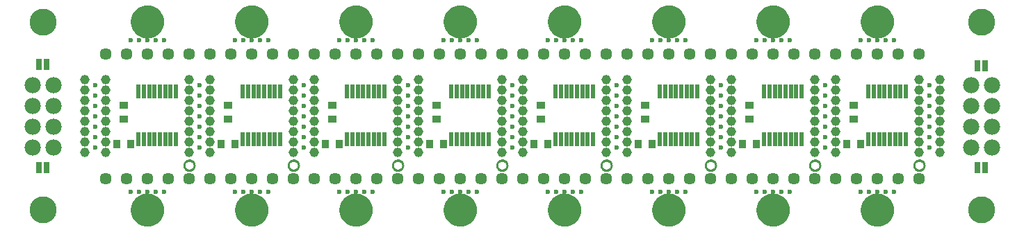
<source format=gts>
G75*
G70*
%OFA0B0*%
%FSLAX24Y24*%
%IPPOS*%
%LPD*%
%AMOC8*
5,1,8,0,0,1.08239X$1,22.5*
%
%ADD10C,0.0236*%
%ADD11C,0.0453*%
%ADD12C,0.1299*%
%ADD13R,0.0289X0.0539*%
%ADD14C,0.0779*%
%ADD15R,0.0197X0.0669*%
%ADD16C,0.0571*%
%ADD17R,0.0433X0.0354*%
%ADD18R,0.0354X0.0433*%
%ADD19C,0.0866*%
%ADD20C,0.0394*%
%ADD21C,0.0098*%
D10*
X011524Y002192D03*
X011918Y002192D03*
X012312Y002192D03*
X012705Y002192D03*
X013099Y002192D03*
X016524Y002192D03*
X016918Y002192D03*
X017312Y002192D03*
X017705Y002192D03*
X018099Y002192D03*
X021524Y002192D03*
X021918Y002192D03*
X022312Y002192D03*
X022705Y002192D03*
X023099Y002192D03*
X026524Y002192D03*
X026918Y002192D03*
X027312Y002192D03*
X027705Y002192D03*
X028099Y002192D03*
X031524Y002192D03*
X031918Y002192D03*
X032312Y002192D03*
X032705Y002192D03*
X033099Y002192D03*
X036524Y002192D03*
X036918Y002192D03*
X037312Y002192D03*
X037705Y002192D03*
X038099Y002192D03*
X041524Y002192D03*
X041918Y002192D03*
X042312Y002192D03*
X042705Y002192D03*
X043099Y002192D03*
X046524Y002192D03*
X046918Y002192D03*
X047312Y002192D03*
X047705Y002192D03*
X048099Y002192D03*
X049812Y004334D03*
X049812Y004834D03*
X049812Y005334D03*
X049812Y005834D03*
X049812Y006334D03*
X049812Y006834D03*
X049812Y007334D03*
X044812Y007334D03*
X044812Y006834D03*
X044812Y006334D03*
X044812Y005834D03*
X044812Y005334D03*
X044812Y004834D03*
X044812Y004334D03*
X039812Y004334D03*
X039812Y004834D03*
X039812Y005334D03*
X039812Y005834D03*
X039812Y006334D03*
X039812Y006834D03*
X039812Y007334D03*
X034812Y007334D03*
X034812Y006834D03*
X034812Y006334D03*
X034812Y005834D03*
X034812Y005334D03*
X034812Y004834D03*
X034812Y004334D03*
X029812Y004334D03*
X029812Y004834D03*
X029812Y005334D03*
X029812Y005834D03*
X029812Y006334D03*
X029812Y006834D03*
X029812Y007334D03*
X024812Y007334D03*
X024812Y006834D03*
X024812Y006334D03*
X024812Y005834D03*
X024812Y005334D03*
X024812Y004834D03*
X024812Y004334D03*
X019812Y004334D03*
X019812Y004834D03*
X019812Y005334D03*
X019812Y005834D03*
X019812Y006334D03*
X019812Y006834D03*
X019812Y007334D03*
X014812Y007334D03*
X014812Y006834D03*
X014812Y006334D03*
X014812Y005834D03*
X014812Y005334D03*
X014812Y004834D03*
X014812Y004334D03*
X009800Y004334D03*
X009800Y004834D03*
X009800Y005334D03*
X009800Y005834D03*
X009800Y006334D03*
X009800Y006834D03*
X009800Y007334D03*
X011524Y009475D03*
X011918Y009475D03*
X012312Y009475D03*
X012705Y009475D03*
X013099Y009475D03*
X016524Y009475D03*
X016918Y009475D03*
X017312Y009475D03*
X017705Y009475D03*
X018099Y009475D03*
X021524Y009475D03*
X021918Y009475D03*
X022312Y009475D03*
X022705Y009475D03*
X023099Y009475D03*
X026524Y009475D03*
X026918Y009475D03*
X027312Y009475D03*
X027705Y009475D03*
X028099Y009475D03*
X031524Y009475D03*
X031918Y009475D03*
X032312Y009475D03*
X032705Y009475D03*
X033099Y009475D03*
X036524Y009475D03*
X036918Y009475D03*
X037312Y009475D03*
X037705Y009475D03*
X038099Y009475D03*
X041524Y009475D03*
X041918Y009475D03*
X042312Y009475D03*
X042705Y009475D03*
X043099Y009475D03*
X046524Y009475D03*
X046918Y009475D03*
X047312Y009475D03*
X047705Y009475D03*
X048099Y009475D03*
D11*
X049312Y007584D03*
X050300Y007584D03*
X050300Y007084D03*
X049312Y007084D03*
X049312Y006584D03*
X050300Y006584D03*
X050300Y006084D03*
X049312Y006084D03*
X049312Y005584D03*
X050300Y005584D03*
X050300Y005084D03*
X049312Y005084D03*
X049312Y004584D03*
X050300Y004584D03*
X050300Y004084D03*
X049312Y004084D03*
X045312Y004084D03*
X044312Y004084D03*
X044312Y004584D03*
X045312Y004584D03*
X045312Y005084D03*
X044312Y005084D03*
X044312Y005584D03*
X045312Y005584D03*
X045312Y006084D03*
X044312Y006084D03*
X044312Y006584D03*
X045312Y006584D03*
X045312Y007084D03*
X044312Y007084D03*
X044312Y007584D03*
X045312Y007584D03*
X040312Y007584D03*
X039312Y007584D03*
X039312Y007084D03*
X040312Y007084D03*
X040312Y006584D03*
X039312Y006584D03*
X039312Y006084D03*
X040312Y006084D03*
X040312Y005584D03*
X039312Y005584D03*
X039312Y005084D03*
X040312Y005084D03*
X040312Y004584D03*
X039312Y004584D03*
X039312Y004084D03*
X040312Y004084D03*
X035312Y004084D03*
X034312Y004084D03*
X034312Y004584D03*
X035312Y004584D03*
X035312Y005084D03*
X034312Y005084D03*
X034312Y005584D03*
X035312Y005584D03*
X035312Y006084D03*
X034312Y006084D03*
X034312Y006584D03*
X035312Y006584D03*
X035312Y007084D03*
X034312Y007084D03*
X034312Y007584D03*
X035312Y007584D03*
X030312Y007584D03*
X029312Y007584D03*
X029312Y007084D03*
X030312Y007084D03*
X030312Y006584D03*
X029312Y006584D03*
X029312Y006084D03*
X030312Y006084D03*
X030312Y005584D03*
X029312Y005584D03*
X029312Y005084D03*
X030312Y005084D03*
X030312Y004584D03*
X029312Y004584D03*
X029312Y004084D03*
X030312Y004084D03*
X025312Y004084D03*
X024312Y004084D03*
X024312Y004584D03*
X025312Y004584D03*
X025312Y005084D03*
X024312Y005084D03*
X024312Y005584D03*
X025312Y005584D03*
X025312Y006084D03*
X024312Y006084D03*
X024312Y006584D03*
X025312Y006584D03*
X025312Y007084D03*
X024312Y007084D03*
X024312Y007584D03*
X025312Y007584D03*
X020312Y007584D03*
X019312Y007584D03*
X019312Y007084D03*
X020312Y007084D03*
X020312Y006584D03*
X019312Y006584D03*
X019312Y006084D03*
X020312Y006084D03*
X020312Y005584D03*
X019312Y005584D03*
X019312Y005084D03*
X020312Y005084D03*
X020312Y004584D03*
X019312Y004584D03*
X019312Y004084D03*
X020312Y004084D03*
X015312Y004084D03*
X014312Y004084D03*
X014312Y004584D03*
X015312Y004584D03*
X015312Y005084D03*
X014312Y005084D03*
X014312Y005584D03*
X015312Y005584D03*
X015312Y006084D03*
X014312Y006084D03*
X014312Y006584D03*
X015312Y006584D03*
X015312Y007084D03*
X014312Y007084D03*
X014312Y007584D03*
X015312Y007584D03*
X010312Y007584D03*
X009300Y007584D03*
X009300Y007084D03*
X010312Y007084D03*
X010312Y006584D03*
X009300Y006584D03*
X009300Y006084D03*
X010312Y006084D03*
X010312Y005584D03*
X009300Y005584D03*
X009300Y005084D03*
X010312Y005084D03*
X010312Y004584D03*
X009300Y004584D03*
X009300Y004084D03*
X010312Y004084D03*
D12*
X007300Y001306D03*
X007300Y010361D03*
X052304Y010361D03*
X052300Y001306D03*
D13*
X052477Y003353D03*
X052123Y003353D03*
X052123Y008255D03*
X052477Y008255D03*
X007477Y008314D03*
X007123Y008314D03*
X007123Y003353D03*
X007477Y003353D03*
D14*
X007800Y004334D03*
X006800Y004334D03*
X006800Y005334D03*
X007800Y005334D03*
X007800Y006334D03*
X006800Y006334D03*
X006800Y007334D03*
X007800Y007334D03*
X051800Y007334D03*
X052800Y007334D03*
X052800Y006334D03*
X051800Y006334D03*
X051800Y005334D03*
X052800Y005334D03*
X052800Y004334D03*
X051800Y004334D03*
D15*
X048680Y004712D03*
X048424Y004712D03*
X048168Y004712D03*
X047912Y004712D03*
X047656Y004712D03*
X047400Y004712D03*
X047144Y004712D03*
X046888Y004712D03*
X043680Y004712D03*
X043424Y004712D03*
X043168Y004712D03*
X042912Y004712D03*
X042656Y004712D03*
X042400Y004712D03*
X042144Y004712D03*
X041888Y004712D03*
X038680Y004712D03*
X038424Y004712D03*
X038168Y004712D03*
X037912Y004712D03*
X037656Y004712D03*
X037400Y004712D03*
X037144Y004712D03*
X036888Y004712D03*
X033680Y004712D03*
X033424Y004712D03*
X033168Y004712D03*
X032912Y004712D03*
X032656Y004712D03*
X032400Y004712D03*
X032144Y004712D03*
X031888Y004712D03*
X028680Y004712D03*
X028424Y004712D03*
X028168Y004712D03*
X027912Y004712D03*
X027656Y004712D03*
X027400Y004712D03*
X027144Y004712D03*
X026888Y004712D03*
X023680Y004712D03*
X023424Y004712D03*
X023168Y004712D03*
X022912Y004712D03*
X022656Y004712D03*
X022400Y004712D03*
X022144Y004712D03*
X021888Y004712D03*
X018680Y004712D03*
X018424Y004712D03*
X018168Y004712D03*
X017912Y004712D03*
X017656Y004712D03*
X017400Y004712D03*
X017144Y004712D03*
X016888Y004712D03*
X013680Y004712D03*
X013424Y004712D03*
X013168Y004712D03*
X012912Y004712D03*
X012656Y004712D03*
X012400Y004712D03*
X012144Y004712D03*
X011888Y004712D03*
X011888Y007034D03*
X012144Y007034D03*
X012400Y007034D03*
X012656Y007034D03*
X012912Y007034D03*
X013168Y007034D03*
X013424Y007034D03*
X013680Y007034D03*
X016888Y007034D03*
X017144Y007034D03*
X017400Y007034D03*
X017656Y007034D03*
X017912Y007034D03*
X018168Y007034D03*
X018424Y007034D03*
X018680Y007034D03*
X021888Y007034D03*
X022144Y007034D03*
X022400Y007034D03*
X022656Y007034D03*
X022912Y007034D03*
X023168Y007034D03*
X023424Y007034D03*
X023680Y007034D03*
X026888Y007034D03*
X027144Y007034D03*
X027400Y007034D03*
X027656Y007034D03*
X027912Y007034D03*
X028168Y007034D03*
X028424Y007034D03*
X028680Y007034D03*
X031888Y007034D03*
X032144Y007034D03*
X032400Y007034D03*
X032656Y007034D03*
X032912Y007034D03*
X033168Y007034D03*
X033424Y007034D03*
X033680Y007034D03*
X036888Y007034D03*
X037144Y007034D03*
X037400Y007034D03*
X037656Y007034D03*
X037912Y007034D03*
X038168Y007034D03*
X038424Y007034D03*
X038680Y007034D03*
X041888Y007034D03*
X042144Y007034D03*
X042400Y007034D03*
X042656Y007034D03*
X042912Y007034D03*
X043168Y007034D03*
X043424Y007034D03*
X043680Y007034D03*
X046888Y007034D03*
X047144Y007034D03*
X047400Y007034D03*
X047656Y007034D03*
X047912Y007034D03*
X048168Y007034D03*
X048424Y007034D03*
X048680Y007034D03*
D16*
X048312Y008834D03*
X049312Y008834D03*
X047312Y008834D03*
X046312Y008834D03*
X045312Y008834D03*
X044312Y008834D03*
X043312Y008834D03*
X042312Y008834D03*
X041312Y008834D03*
X040312Y008834D03*
X039312Y008834D03*
X038312Y008834D03*
X037312Y008834D03*
X036312Y008834D03*
X035312Y008834D03*
X034312Y008834D03*
X033312Y008834D03*
X032312Y008834D03*
X031312Y008834D03*
X030312Y008834D03*
X029312Y008834D03*
X028312Y008834D03*
X027312Y008834D03*
X026312Y008834D03*
X025312Y008834D03*
X024312Y008834D03*
X023312Y008834D03*
X022312Y008834D03*
X021312Y008834D03*
X020312Y008834D03*
X019312Y008834D03*
X018312Y008834D03*
X017312Y008834D03*
X016312Y008834D03*
X015312Y008834D03*
X014312Y008834D03*
X013312Y008834D03*
X012312Y008834D03*
X011312Y008834D03*
X010312Y008834D03*
X010312Y002834D03*
X011312Y002834D03*
X012312Y002834D03*
X013312Y002834D03*
X014312Y002834D03*
X015312Y002834D03*
X016312Y002834D03*
X017312Y002834D03*
X018312Y002834D03*
X019312Y002834D03*
X020312Y002834D03*
X021312Y002834D03*
X022312Y002834D03*
X023312Y002834D03*
X024312Y002834D03*
X025312Y002834D03*
X026312Y002834D03*
X027312Y002834D03*
X028312Y002834D03*
X029312Y002834D03*
X030312Y002834D03*
X031312Y002834D03*
X032312Y002834D03*
X033312Y002834D03*
X034312Y002834D03*
X035312Y002834D03*
X036312Y002834D03*
X037312Y002834D03*
X038312Y002834D03*
X039312Y002834D03*
X040312Y002834D03*
X041312Y002834D03*
X042312Y002834D03*
X043312Y002834D03*
X044312Y002834D03*
X045312Y002834D03*
X046312Y002834D03*
X047312Y002834D03*
X048312Y002834D03*
X049312Y002834D03*
D17*
X046182Y005682D03*
X046182Y006351D03*
X041182Y006351D03*
X041182Y005682D03*
X036182Y005682D03*
X036182Y006351D03*
X031182Y006351D03*
X031182Y005682D03*
X026182Y005682D03*
X026182Y006351D03*
X021182Y006351D03*
X021182Y005682D03*
X016182Y005682D03*
X016182Y006351D03*
X011182Y006351D03*
X011182Y005682D03*
D18*
X010855Y004475D03*
X011524Y004475D03*
X015855Y004475D03*
X016524Y004475D03*
X020855Y004475D03*
X021524Y004475D03*
X025855Y004475D03*
X026524Y004475D03*
X030855Y004475D03*
X031524Y004475D03*
X035855Y004475D03*
X036524Y004475D03*
X040855Y004475D03*
X041524Y004475D03*
X045855Y004475D03*
X046524Y004475D03*
D19*
X047312Y001306D03*
X042312Y001306D03*
X037312Y001306D03*
X032312Y001306D03*
X027312Y001306D03*
X022312Y001306D03*
X017312Y001306D03*
X012312Y001306D03*
X012312Y010361D03*
X017312Y010361D03*
X022312Y010361D03*
X027312Y010361D03*
X032312Y010361D03*
X037312Y010361D03*
X042312Y010361D03*
X047312Y010361D03*
D20*
X046721Y010361D02*
X046723Y010409D01*
X046729Y010457D01*
X046739Y010504D01*
X046752Y010550D01*
X046770Y010595D01*
X046790Y010639D01*
X046815Y010681D01*
X046843Y010720D01*
X046873Y010757D01*
X046907Y010791D01*
X046944Y010823D01*
X046982Y010852D01*
X047023Y010877D01*
X047066Y010899D01*
X047111Y010917D01*
X047157Y010931D01*
X047204Y010942D01*
X047252Y010949D01*
X047300Y010952D01*
X047348Y010951D01*
X047396Y010946D01*
X047444Y010937D01*
X047490Y010925D01*
X047535Y010908D01*
X047579Y010888D01*
X047621Y010865D01*
X047661Y010838D01*
X047699Y010808D01*
X047734Y010775D01*
X047766Y010739D01*
X047796Y010701D01*
X047822Y010660D01*
X047844Y010617D01*
X047864Y010573D01*
X047879Y010528D01*
X047891Y010481D01*
X047899Y010433D01*
X047903Y010385D01*
X047903Y010337D01*
X047899Y010289D01*
X047891Y010241D01*
X047879Y010194D01*
X047864Y010149D01*
X047844Y010105D01*
X047822Y010062D01*
X047796Y010021D01*
X047766Y009983D01*
X047734Y009947D01*
X047699Y009914D01*
X047661Y009884D01*
X047621Y009857D01*
X047579Y009834D01*
X047535Y009814D01*
X047490Y009797D01*
X047444Y009785D01*
X047396Y009776D01*
X047348Y009771D01*
X047300Y009770D01*
X047252Y009773D01*
X047204Y009780D01*
X047157Y009791D01*
X047111Y009805D01*
X047066Y009823D01*
X047023Y009845D01*
X046982Y009870D01*
X046944Y009899D01*
X046907Y009931D01*
X046873Y009965D01*
X046843Y010002D01*
X046815Y010041D01*
X046790Y010083D01*
X046770Y010127D01*
X046752Y010172D01*
X046739Y010218D01*
X046729Y010265D01*
X046723Y010313D01*
X046721Y010361D01*
X041721Y010361D02*
X041723Y010409D01*
X041729Y010457D01*
X041739Y010504D01*
X041752Y010550D01*
X041770Y010595D01*
X041790Y010639D01*
X041815Y010681D01*
X041843Y010720D01*
X041873Y010757D01*
X041907Y010791D01*
X041944Y010823D01*
X041982Y010852D01*
X042023Y010877D01*
X042066Y010899D01*
X042111Y010917D01*
X042157Y010931D01*
X042204Y010942D01*
X042252Y010949D01*
X042300Y010952D01*
X042348Y010951D01*
X042396Y010946D01*
X042444Y010937D01*
X042490Y010925D01*
X042535Y010908D01*
X042579Y010888D01*
X042621Y010865D01*
X042661Y010838D01*
X042699Y010808D01*
X042734Y010775D01*
X042766Y010739D01*
X042796Y010701D01*
X042822Y010660D01*
X042844Y010617D01*
X042864Y010573D01*
X042879Y010528D01*
X042891Y010481D01*
X042899Y010433D01*
X042903Y010385D01*
X042903Y010337D01*
X042899Y010289D01*
X042891Y010241D01*
X042879Y010194D01*
X042864Y010149D01*
X042844Y010105D01*
X042822Y010062D01*
X042796Y010021D01*
X042766Y009983D01*
X042734Y009947D01*
X042699Y009914D01*
X042661Y009884D01*
X042621Y009857D01*
X042579Y009834D01*
X042535Y009814D01*
X042490Y009797D01*
X042444Y009785D01*
X042396Y009776D01*
X042348Y009771D01*
X042300Y009770D01*
X042252Y009773D01*
X042204Y009780D01*
X042157Y009791D01*
X042111Y009805D01*
X042066Y009823D01*
X042023Y009845D01*
X041982Y009870D01*
X041944Y009899D01*
X041907Y009931D01*
X041873Y009965D01*
X041843Y010002D01*
X041815Y010041D01*
X041790Y010083D01*
X041770Y010127D01*
X041752Y010172D01*
X041739Y010218D01*
X041729Y010265D01*
X041723Y010313D01*
X041721Y010361D01*
X036721Y010361D02*
X036723Y010409D01*
X036729Y010457D01*
X036739Y010504D01*
X036752Y010550D01*
X036770Y010595D01*
X036790Y010639D01*
X036815Y010681D01*
X036843Y010720D01*
X036873Y010757D01*
X036907Y010791D01*
X036944Y010823D01*
X036982Y010852D01*
X037023Y010877D01*
X037066Y010899D01*
X037111Y010917D01*
X037157Y010931D01*
X037204Y010942D01*
X037252Y010949D01*
X037300Y010952D01*
X037348Y010951D01*
X037396Y010946D01*
X037444Y010937D01*
X037490Y010925D01*
X037535Y010908D01*
X037579Y010888D01*
X037621Y010865D01*
X037661Y010838D01*
X037699Y010808D01*
X037734Y010775D01*
X037766Y010739D01*
X037796Y010701D01*
X037822Y010660D01*
X037844Y010617D01*
X037864Y010573D01*
X037879Y010528D01*
X037891Y010481D01*
X037899Y010433D01*
X037903Y010385D01*
X037903Y010337D01*
X037899Y010289D01*
X037891Y010241D01*
X037879Y010194D01*
X037864Y010149D01*
X037844Y010105D01*
X037822Y010062D01*
X037796Y010021D01*
X037766Y009983D01*
X037734Y009947D01*
X037699Y009914D01*
X037661Y009884D01*
X037621Y009857D01*
X037579Y009834D01*
X037535Y009814D01*
X037490Y009797D01*
X037444Y009785D01*
X037396Y009776D01*
X037348Y009771D01*
X037300Y009770D01*
X037252Y009773D01*
X037204Y009780D01*
X037157Y009791D01*
X037111Y009805D01*
X037066Y009823D01*
X037023Y009845D01*
X036982Y009870D01*
X036944Y009899D01*
X036907Y009931D01*
X036873Y009965D01*
X036843Y010002D01*
X036815Y010041D01*
X036790Y010083D01*
X036770Y010127D01*
X036752Y010172D01*
X036739Y010218D01*
X036729Y010265D01*
X036723Y010313D01*
X036721Y010361D01*
X031721Y010361D02*
X031723Y010409D01*
X031729Y010457D01*
X031739Y010504D01*
X031752Y010550D01*
X031770Y010595D01*
X031790Y010639D01*
X031815Y010681D01*
X031843Y010720D01*
X031873Y010757D01*
X031907Y010791D01*
X031944Y010823D01*
X031982Y010852D01*
X032023Y010877D01*
X032066Y010899D01*
X032111Y010917D01*
X032157Y010931D01*
X032204Y010942D01*
X032252Y010949D01*
X032300Y010952D01*
X032348Y010951D01*
X032396Y010946D01*
X032444Y010937D01*
X032490Y010925D01*
X032535Y010908D01*
X032579Y010888D01*
X032621Y010865D01*
X032661Y010838D01*
X032699Y010808D01*
X032734Y010775D01*
X032766Y010739D01*
X032796Y010701D01*
X032822Y010660D01*
X032844Y010617D01*
X032864Y010573D01*
X032879Y010528D01*
X032891Y010481D01*
X032899Y010433D01*
X032903Y010385D01*
X032903Y010337D01*
X032899Y010289D01*
X032891Y010241D01*
X032879Y010194D01*
X032864Y010149D01*
X032844Y010105D01*
X032822Y010062D01*
X032796Y010021D01*
X032766Y009983D01*
X032734Y009947D01*
X032699Y009914D01*
X032661Y009884D01*
X032621Y009857D01*
X032579Y009834D01*
X032535Y009814D01*
X032490Y009797D01*
X032444Y009785D01*
X032396Y009776D01*
X032348Y009771D01*
X032300Y009770D01*
X032252Y009773D01*
X032204Y009780D01*
X032157Y009791D01*
X032111Y009805D01*
X032066Y009823D01*
X032023Y009845D01*
X031982Y009870D01*
X031944Y009899D01*
X031907Y009931D01*
X031873Y009965D01*
X031843Y010002D01*
X031815Y010041D01*
X031790Y010083D01*
X031770Y010127D01*
X031752Y010172D01*
X031739Y010218D01*
X031729Y010265D01*
X031723Y010313D01*
X031721Y010361D01*
X026721Y010361D02*
X026723Y010409D01*
X026729Y010457D01*
X026739Y010504D01*
X026752Y010550D01*
X026770Y010595D01*
X026790Y010639D01*
X026815Y010681D01*
X026843Y010720D01*
X026873Y010757D01*
X026907Y010791D01*
X026944Y010823D01*
X026982Y010852D01*
X027023Y010877D01*
X027066Y010899D01*
X027111Y010917D01*
X027157Y010931D01*
X027204Y010942D01*
X027252Y010949D01*
X027300Y010952D01*
X027348Y010951D01*
X027396Y010946D01*
X027444Y010937D01*
X027490Y010925D01*
X027535Y010908D01*
X027579Y010888D01*
X027621Y010865D01*
X027661Y010838D01*
X027699Y010808D01*
X027734Y010775D01*
X027766Y010739D01*
X027796Y010701D01*
X027822Y010660D01*
X027844Y010617D01*
X027864Y010573D01*
X027879Y010528D01*
X027891Y010481D01*
X027899Y010433D01*
X027903Y010385D01*
X027903Y010337D01*
X027899Y010289D01*
X027891Y010241D01*
X027879Y010194D01*
X027864Y010149D01*
X027844Y010105D01*
X027822Y010062D01*
X027796Y010021D01*
X027766Y009983D01*
X027734Y009947D01*
X027699Y009914D01*
X027661Y009884D01*
X027621Y009857D01*
X027579Y009834D01*
X027535Y009814D01*
X027490Y009797D01*
X027444Y009785D01*
X027396Y009776D01*
X027348Y009771D01*
X027300Y009770D01*
X027252Y009773D01*
X027204Y009780D01*
X027157Y009791D01*
X027111Y009805D01*
X027066Y009823D01*
X027023Y009845D01*
X026982Y009870D01*
X026944Y009899D01*
X026907Y009931D01*
X026873Y009965D01*
X026843Y010002D01*
X026815Y010041D01*
X026790Y010083D01*
X026770Y010127D01*
X026752Y010172D01*
X026739Y010218D01*
X026729Y010265D01*
X026723Y010313D01*
X026721Y010361D01*
X021721Y010361D02*
X021723Y010409D01*
X021729Y010457D01*
X021739Y010504D01*
X021752Y010550D01*
X021770Y010595D01*
X021790Y010639D01*
X021815Y010681D01*
X021843Y010720D01*
X021873Y010757D01*
X021907Y010791D01*
X021944Y010823D01*
X021982Y010852D01*
X022023Y010877D01*
X022066Y010899D01*
X022111Y010917D01*
X022157Y010931D01*
X022204Y010942D01*
X022252Y010949D01*
X022300Y010952D01*
X022348Y010951D01*
X022396Y010946D01*
X022444Y010937D01*
X022490Y010925D01*
X022535Y010908D01*
X022579Y010888D01*
X022621Y010865D01*
X022661Y010838D01*
X022699Y010808D01*
X022734Y010775D01*
X022766Y010739D01*
X022796Y010701D01*
X022822Y010660D01*
X022844Y010617D01*
X022864Y010573D01*
X022879Y010528D01*
X022891Y010481D01*
X022899Y010433D01*
X022903Y010385D01*
X022903Y010337D01*
X022899Y010289D01*
X022891Y010241D01*
X022879Y010194D01*
X022864Y010149D01*
X022844Y010105D01*
X022822Y010062D01*
X022796Y010021D01*
X022766Y009983D01*
X022734Y009947D01*
X022699Y009914D01*
X022661Y009884D01*
X022621Y009857D01*
X022579Y009834D01*
X022535Y009814D01*
X022490Y009797D01*
X022444Y009785D01*
X022396Y009776D01*
X022348Y009771D01*
X022300Y009770D01*
X022252Y009773D01*
X022204Y009780D01*
X022157Y009791D01*
X022111Y009805D01*
X022066Y009823D01*
X022023Y009845D01*
X021982Y009870D01*
X021944Y009899D01*
X021907Y009931D01*
X021873Y009965D01*
X021843Y010002D01*
X021815Y010041D01*
X021790Y010083D01*
X021770Y010127D01*
X021752Y010172D01*
X021739Y010218D01*
X021729Y010265D01*
X021723Y010313D01*
X021721Y010361D01*
X016721Y010361D02*
X016723Y010409D01*
X016729Y010457D01*
X016739Y010504D01*
X016752Y010550D01*
X016770Y010595D01*
X016790Y010639D01*
X016815Y010681D01*
X016843Y010720D01*
X016873Y010757D01*
X016907Y010791D01*
X016944Y010823D01*
X016982Y010852D01*
X017023Y010877D01*
X017066Y010899D01*
X017111Y010917D01*
X017157Y010931D01*
X017204Y010942D01*
X017252Y010949D01*
X017300Y010952D01*
X017348Y010951D01*
X017396Y010946D01*
X017444Y010937D01*
X017490Y010925D01*
X017535Y010908D01*
X017579Y010888D01*
X017621Y010865D01*
X017661Y010838D01*
X017699Y010808D01*
X017734Y010775D01*
X017766Y010739D01*
X017796Y010701D01*
X017822Y010660D01*
X017844Y010617D01*
X017864Y010573D01*
X017879Y010528D01*
X017891Y010481D01*
X017899Y010433D01*
X017903Y010385D01*
X017903Y010337D01*
X017899Y010289D01*
X017891Y010241D01*
X017879Y010194D01*
X017864Y010149D01*
X017844Y010105D01*
X017822Y010062D01*
X017796Y010021D01*
X017766Y009983D01*
X017734Y009947D01*
X017699Y009914D01*
X017661Y009884D01*
X017621Y009857D01*
X017579Y009834D01*
X017535Y009814D01*
X017490Y009797D01*
X017444Y009785D01*
X017396Y009776D01*
X017348Y009771D01*
X017300Y009770D01*
X017252Y009773D01*
X017204Y009780D01*
X017157Y009791D01*
X017111Y009805D01*
X017066Y009823D01*
X017023Y009845D01*
X016982Y009870D01*
X016944Y009899D01*
X016907Y009931D01*
X016873Y009965D01*
X016843Y010002D01*
X016815Y010041D01*
X016790Y010083D01*
X016770Y010127D01*
X016752Y010172D01*
X016739Y010218D01*
X016729Y010265D01*
X016723Y010313D01*
X016721Y010361D01*
X011721Y010361D02*
X011723Y010409D01*
X011729Y010457D01*
X011739Y010504D01*
X011752Y010550D01*
X011770Y010595D01*
X011790Y010639D01*
X011815Y010681D01*
X011843Y010720D01*
X011873Y010757D01*
X011907Y010791D01*
X011944Y010823D01*
X011982Y010852D01*
X012023Y010877D01*
X012066Y010899D01*
X012111Y010917D01*
X012157Y010931D01*
X012204Y010942D01*
X012252Y010949D01*
X012300Y010952D01*
X012348Y010951D01*
X012396Y010946D01*
X012444Y010937D01*
X012490Y010925D01*
X012535Y010908D01*
X012579Y010888D01*
X012621Y010865D01*
X012661Y010838D01*
X012699Y010808D01*
X012734Y010775D01*
X012766Y010739D01*
X012796Y010701D01*
X012822Y010660D01*
X012844Y010617D01*
X012864Y010573D01*
X012879Y010528D01*
X012891Y010481D01*
X012899Y010433D01*
X012903Y010385D01*
X012903Y010337D01*
X012899Y010289D01*
X012891Y010241D01*
X012879Y010194D01*
X012864Y010149D01*
X012844Y010105D01*
X012822Y010062D01*
X012796Y010021D01*
X012766Y009983D01*
X012734Y009947D01*
X012699Y009914D01*
X012661Y009884D01*
X012621Y009857D01*
X012579Y009834D01*
X012535Y009814D01*
X012490Y009797D01*
X012444Y009785D01*
X012396Y009776D01*
X012348Y009771D01*
X012300Y009770D01*
X012252Y009773D01*
X012204Y009780D01*
X012157Y009791D01*
X012111Y009805D01*
X012066Y009823D01*
X012023Y009845D01*
X011982Y009870D01*
X011944Y009899D01*
X011907Y009931D01*
X011873Y009965D01*
X011843Y010002D01*
X011815Y010041D01*
X011790Y010083D01*
X011770Y010127D01*
X011752Y010172D01*
X011739Y010218D01*
X011729Y010265D01*
X011723Y010313D01*
X011721Y010361D01*
X011721Y001306D02*
X011723Y001354D01*
X011729Y001402D01*
X011739Y001449D01*
X011752Y001495D01*
X011770Y001540D01*
X011790Y001584D01*
X011815Y001626D01*
X011843Y001665D01*
X011873Y001702D01*
X011907Y001736D01*
X011944Y001768D01*
X011982Y001797D01*
X012023Y001822D01*
X012066Y001844D01*
X012111Y001862D01*
X012157Y001876D01*
X012204Y001887D01*
X012252Y001894D01*
X012300Y001897D01*
X012348Y001896D01*
X012396Y001891D01*
X012444Y001882D01*
X012490Y001870D01*
X012535Y001853D01*
X012579Y001833D01*
X012621Y001810D01*
X012661Y001783D01*
X012699Y001753D01*
X012734Y001720D01*
X012766Y001684D01*
X012796Y001646D01*
X012822Y001605D01*
X012844Y001562D01*
X012864Y001518D01*
X012879Y001473D01*
X012891Y001426D01*
X012899Y001378D01*
X012903Y001330D01*
X012903Y001282D01*
X012899Y001234D01*
X012891Y001186D01*
X012879Y001139D01*
X012864Y001094D01*
X012844Y001050D01*
X012822Y001007D01*
X012796Y000966D01*
X012766Y000928D01*
X012734Y000892D01*
X012699Y000859D01*
X012661Y000829D01*
X012621Y000802D01*
X012579Y000779D01*
X012535Y000759D01*
X012490Y000742D01*
X012444Y000730D01*
X012396Y000721D01*
X012348Y000716D01*
X012300Y000715D01*
X012252Y000718D01*
X012204Y000725D01*
X012157Y000736D01*
X012111Y000750D01*
X012066Y000768D01*
X012023Y000790D01*
X011982Y000815D01*
X011944Y000844D01*
X011907Y000876D01*
X011873Y000910D01*
X011843Y000947D01*
X011815Y000986D01*
X011790Y001028D01*
X011770Y001072D01*
X011752Y001117D01*
X011739Y001163D01*
X011729Y001210D01*
X011723Y001258D01*
X011721Y001306D01*
X016721Y001306D02*
X016723Y001354D01*
X016729Y001402D01*
X016739Y001449D01*
X016752Y001495D01*
X016770Y001540D01*
X016790Y001584D01*
X016815Y001626D01*
X016843Y001665D01*
X016873Y001702D01*
X016907Y001736D01*
X016944Y001768D01*
X016982Y001797D01*
X017023Y001822D01*
X017066Y001844D01*
X017111Y001862D01*
X017157Y001876D01*
X017204Y001887D01*
X017252Y001894D01*
X017300Y001897D01*
X017348Y001896D01*
X017396Y001891D01*
X017444Y001882D01*
X017490Y001870D01*
X017535Y001853D01*
X017579Y001833D01*
X017621Y001810D01*
X017661Y001783D01*
X017699Y001753D01*
X017734Y001720D01*
X017766Y001684D01*
X017796Y001646D01*
X017822Y001605D01*
X017844Y001562D01*
X017864Y001518D01*
X017879Y001473D01*
X017891Y001426D01*
X017899Y001378D01*
X017903Y001330D01*
X017903Y001282D01*
X017899Y001234D01*
X017891Y001186D01*
X017879Y001139D01*
X017864Y001094D01*
X017844Y001050D01*
X017822Y001007D01*
X017796Y000966D01*
X017766Y000928D01*
X017734Y000892D01*
X017699Y000859D01*
X017661Y000829D01*
X017621Y000802D01*
X017579Y000779D01*
X017535Y000759D01*
X017490Y000742D01*
X017444Y000730D01*
X017396Y000721D01*
X017348Y000716D01*
X017300Y000715D01*
X017252Y000718D01*
X017204Y000725D01*
X017157Y000736D01*
X017111Y000750D01*
X017066Y000768D01*
X017023Y000790D01*
X016982Y000815D01*
X016944Y000844D01*
X016907Y000876D01*
X016873Y000910D01*
X016843Y000947D01*
X016815Y000986D01*
X016790Y001028D01*
X016770Y001072D01*
X016752Y001117D01*
X016739Y001163D01*
X016729Y001210D01*
X016723Y001258D01*
X016721Y001306D01*
X021721Y001306D02*
X021723Y001354D01*
X021729Y001402D01*
X021739Y001449D01*
X021752Y001495D01*
X021770Y001540D01*
X021790Y001584D01*
X021815Y001626D01*
X021843Y001665D01*
X021873Y001702D01*
X021907Y001736D01*
X021944Y001768D01*
X021982Y001797D01*
X022023Y001822D01*
X022066Y001844D01*
X022111Y001862D01*
X022157Y001876D01*
X022204Y001887D01*
X022252Y001894D01*
X022300Y001897D01*
X022348Y001896D01*
X022396Y001891D01*
X022444Y001882D01*
X022490Y001870D01*
X022535Y001853D01*
X022579Y001833D01*
X022621Y001810D01*
X022661Y001783D01*
X022699Y001753D01*
X022734Y001720D01*
X022766Y001684D01*
X022796Y001646D01*
X022822Y001605D01*
X022844Y001562D01*
X022864Y001518D01*
X022879Y001473D01*
X022891Y001426D01*
X022899Y001378D01*
X022903Y001330D01*
X022903Y001282D01*
X022899Y001234D01*
X022891Y001186D01*
X022879Y001139D01*
X022864Y001094D01*
X022844Y001050D01*
X022822Y001007D01*
X022796Y000966D01*
X022766Y000928D01*
X022734Y000892D01*
X022699Y000859D01*
X022661Y000829D01*
X022621Y000802D01*
X022579Y000779D01*
X022535Y000759D01*
X022490Y000742D01*
X022444Y000730D01*
X022396Y000721D01*
X022348Y000716D01*
X022300Y000715D01*
X022252Y000718D01*
X022204Y000725D01*
X022157Y000736D01*
X022111Y000750D01*
X022066Y000768D01*
X022023Y000790D01*
X021982Y000815D01*
X021944Y000844D01*
X021907Y000876D01*
X021873Y000910D01*
X021843Y000947D01*
X021815Y000986D01*
X021790Y001028D01*
X021770Y001072D01*
X021752Y001117D01*
X021739Y001163D01*
X021729Y001210D01*
X021723Y001258D01*
X021721Y001306D01*
X026721Y001306D02*
X026723Y001354D01*
X026729Y001402D01*
X026739Y001449D01*
X026752Y001495D01*
X026770Y001540D01*
X026790Y001584D01*
X026815Y001626D01*
X026843Y001665D01*
X026873Y001702D01*
X026907Y001736D01*
X026944Y001768D01*
X026982Y001797D01*
X027023Y001822D01*
X027066Y001844D01*
X027111Y001862D01*
X027157Y001876D01*
X027204Y001887D01*
X027252Y001894D01*
X027300Y001897D01*
X027348Y001896D01*
X027396Y001891D01*
X027444Y001882D01*
X027490Y001870D01*
X027535Y001853D01*
X027579Y001833D01*
X027621Y001810D01*
X027661Y001783D01*
X027699Y001753D01*
X027734Y001720D01*
X027766Y001684D01*
X027796Y001646D01*
X027822Y001605D01*
X027844Y001562D01*
X027864Y001518D01*
X027879Y001473D01*
X027891Y001426D01*
X027899Y001378D01*
X027903Y001330D01*
X027903Y001282D01*
X027899Y001234D01*
X027891Y001186D01*
X027879Y001139D01*
X027864Y001094D01*
X027844Y001050D01*
X027822Y001007D01*
X027796Y000966D01*
X027766Y000928D01*
X027734Y000892D01*
X027699Y000859D01*
X027661Y000829D01*
X027621Y000802D01*
X027579Y000779D01*
X027535Y000759D01*
X027490Y000742D01*
X027444Y000730D01*
X027396Y000721D01*
X027348Y000716D01*
X027300Y000715D01*
X027252Y000718D01*
X027204Y000725D01*
X027157Y000736D01*
X027111Y000750D01*
X027066Y000768D01*
X027023Y000790D01*
X026982Y000815D01*
X026944Y000844D01*
X026907Y000876D01*
X026873Y000910D01*
X026843Y000947D01*
X026815Y000986D01*
X026790Y001028D01*
X026770Y001072D01*
X026752Y001117D01*
X026739Y001163D01*
X026729Y001210D01*
X026723Y001258D01*
X026721Y001306D01*
X031721Y001306D02*
X031723Y001354D01*
X031729Y001402D01*
X031739Y001449D01*
X031752Y001495D01*
X031770Y001540D01*
X031790Y001584D01*
X031815Y001626D01*
X031843Y001665D01*
X031873Y001702D01*
X031907Y001736D01*
X031944Y001768D01*
X031982Y001797D01*
X032023Y001822D01*
X032066Y001844D01*
X032111Y001862D01*
X032157Y001876D01*
X032204Y001887D01*
X032252Y001894D01*
X032300Y001897D01*
X032348Y001896D01*
X032396Y001891D01*
X032444Y001882D01*
X032490Y001870D01*
X032535Y001853D01*
X032579Y001833D01*
X032621Y001810D01*
X032661Y001783D01*
X032699Y001753D01*
X032734Y001720D01*
X032766Y001684D01*
X032796Y001646D01*
X032822Y001605D01*
X032844Y001562D01*
X032864Y001518D01*
X032879Y001473D01*
X032891Y001426D01*
X032899Y001378D01*
X032903Y001330D01*
X032903Y001282D01*
X032899Y001234D01*
X032891Y001186D01*
X032879Y001139D01*
X032864Y001094D01*
X032844Y001050D01*
X032822Y001007D01*
X032796Y000966D01*
X032766Y000928D01*
X032734Y000892D01*
X032699Y000859D01*
X032661Y000829D01*
X032621Y000802D01*
X032579Y000779D01*
X032535Y000759D01*
X032490Y000742D01*
X032444Y000730D01*
X032396Y000721D01*
X032348Y000716D01*
X032300Y000715D01*
X032252Y000718D01*
X032204Y000725D01*
X032157Y000736D01*
X032111Y000750D01*
X032066Y000768D01*
X032023Y000790D01*
X031982Y000815D01*
X031944Y000844D01*
X031907Y000876D01*
X031873Y000910D01*
X031843Y000947D01*
X031815Y000986D01*
X031790Y001028D01*
X031770Y001072D01*
X031752Y001117D01*
X031739Y001163D01*
X031729Y001210D01*
X031723Y001258D01*
X031721Y001306D01*
X036721Y001306D02*
X036723Y001354D01*
X036729Y001402D01*
X036739Y001449D01*
X036752Y001495D01*
X036770Y001540D01*
X036790Y001584D01*
X036815Y001626D01*
X036843Y001665D01*
X036873Y001702D01*
X036907Y001736D01*
X036944Y001768D01*
X036982Y001797D01*
X037023Y001822D01*
X037066Y001844D01*
X037111Y001862D01*
X037157Y001876D01*
X037204Y001887D01*
X037252Y001894D01*
X037300Y001897D01*
X037348Y001896D01*
X037396Y001891D01*
X037444Y001882D01*
X037490Y001870D01*
X037535Y001853D01*
X037579Y001833D01*
X037621Y001810D01*
X037661Y001783D01*
X037699Y001753D01*
X037734Y001720D01*
X037766Y001684D01*
X037796Y001646D01*
X037822Y001605D01*
X037844Y001562D01*
X037864Y001518D01*
X037879Y001473D01*
X037891Y001426D01*
X037899Y001378D01*
X037903Y001330D01*
X037903Y001282D01*
X037899Y001234D01*
X037891Y001186D01*
X037879Y001139D01*
X037864Y001094D01*
X037844Y001050D01*
X037822Y001007D01*
X037796Y000966D01*
X037766Y000928D01*
X037734Y000892D01*
X037699Y000859D01*
X037661Y000829D01*
X037621Y000802D01*
X037579Y000779D01*
X037535Y000759D01*
X037490Y000742D01*
X037444Y000730D01*
X037396Y000721D01*
X037348Y000716D01*
X037300Y000715D01*
X037252Y000718D01*
X037204Y000725D01*
X037157Y000736D01*
X037111Y000750D01*
X037066Y000768D01*
X037023Y000790D01*
X036982Y000815D01*
X036944Y000844D01*
X036907Y000876D01*
X036873Y000910D01*
X036843Y000947D01*
X036815Y000986D01*
X036790Y001028D01*
X036770Y001072D01*
X036752Y001117D01*
X036739Y001163D01*
X036729Y001210D01*
X036723Y001258D01*
X036721Y001306D01*
X041721Y001306D02*
X041723Y001354D01*
X041729Y001402D01*
X041739Y001449D01*
X041752Y001495D01*
X041770Y001540D01*
X041790Y001584D01*
X041815Y001626D01*
X041843Y001665D01*
X041873Y001702D01*
X041907Y001736D01*
X041944Y001768D01*
X041982Y001797D01*
X042023Y001822D01*
X042066Y001844D01*
X042111Y001862D01*
X042157Y001876D01*
X042204Y001887D01*
X042252Y001894D01*
X042300Y001897D01*
X042348Y001896D01*
X042396Y001891D01*
X042444Y001882D01*
X042490Y001870D01*
X042535Y001853D01*
X042579Y001833D01*
X042621Y001810D01*
X042661Y001783D01*
X042699Y001753D01*
X042734Y001720D01*
X042766Y001684D01*
X042796Y001646D01*
X042822Y001605D01*
X042844Y001562D01*
X042864Y001518D01*
X042879Y001473D01*
X042891Y001426D01*
X042899Y001378D01*
X042903Y001330D01*
X042903Y001282D01*
X042899Y001234D01*
X042891Y001186D01*
X042879Y001139D01*
X042864Y001094D01*
X042844Y001050D01*
X042822Y001007D01*
X042796Y000966D01*
X042766Y000928D01*
X042734Y000892D01*
X042699Y000859D01*
X042661Y000829D01*
X042621Y000802D01*
X042579Y000779D01*
X042535Y000759D01*
X042490Y000742D01*
X042444Y000730D01*
X042396Y000721D01*
X042348Y000716D01*
X042300Y000715D01*
X042252Y000718D01*
X042204Y000725D01*
X042157Y000736D01*
X042111Y000750D01*
X042066Y000768D01*
X042023Y000790D01*
X041982Y000815D01*
X041944Y000844D01*
X041907Y000876D01*
X041873Y000910D01*
X041843Y000947D01*
X041815Y000986D01*
X041790Y001028D01*
X041770Y001072D01*
X041752Y001117D01*
X041739Y001163D01*
X041729Y001210D01*
X041723Y001258D01*
X041721Y001306D01*
X046721Y001306D02*
X046723Y001354D01*
X046729Y001402D01*
X046739Y001449D01*
X046752Y001495D01*
X046770Y001540D01*
X046790Y001584D01*
X046815Y001626D01*
X046843Y001665D01*
X046873Y001702D01*
X046907Y001736D01*
X046944Y001768D01*
X046982Y001797D01*
X047023Y001822D01*
X047066Y001844D01*
X047111Y001862D01*
X047157Y001876D01*
X047204Y001887D01*
X047252Y001894D01*
X047300Y001897D01*
X047348Y001896D01*
X047396Y001891D01*
X047444Y001882D01*
X047490Y001870D01*
X047535Y001853D01*
X047579Y001833D01*
X047621Y001810D01*
X047661Y001783D01*
X047699Y001753D01*
X047734Y001720D01*
X047766Y001684D01*
X047796Y001646D01*
X047822Y001605D01*
X047844Y001562D01*
X047864Y001518D01*
X047879Y001473D01*
X047891Y001426D01*
X047899Y001378D01*
X047903Y001330D01*
X047903Y001282D01*
X047899Y001234D01*
X047891Y001186D01*
X047879Y001139D01*
X047864Y001094D01*
X047844Y001050D01*
X047822Y001007D01*
X047796Y000966D01*
X047766Y000928D01*
X047734Y000892D01*
X047699Y000859D01*
X047661Y000829D01*
X047621Y000802D01*
X047579Y000779D01*
X047535Y000759D01*
X047490Y000742D01*
X047444Y000730D01*
X047396Y000721D01*
X047348Y000716D01*
X047300Y000715D01*
X047252Y000718D01*
X047204Y000725D01*
X047157Y000736D01*
X047111Y000750D01*
X047066Y000768D01*
X047023Y000790D01*
X046982Y000815D01*
X046944Y000844D01*
X046907Y000876D01*
X046873Y000910D01*
X046843Y000947D01*
X046815Y000986D01*
X046790Y001028D01*
X046770Y001072D01*
X046752Y001117D01*
X046739Y001163D01*
X046729Y001210D01*
X046723Y001258D01*
X046721Y001306D01*
D21*
X044066Y003459D02*
X044068Y003490D01*
X044074Y003520D01*
X044083Y003550D01*
X044096Y003578D01*
X044113Y003604D01*
X044133Y003627D01*
X044155Y003649D01*
X044180Y003667D01*
X044207Y003682D01*
X044236Y003693D01*
X044266Y003701D01*
X044297Y003705D01*
X044327Y003705D01*
X044358Y003701D01*
X044388Y003693D01*
X044417Y003682D01*
X044444Y003667D01*
X044469Y003649D01*
X044491Y003627D01*
X044511Y003604D01*
X044528Y003578D01*
X044541Y003550D01*
X044550Y003520D01*
X044556Y003490D01*
X044558Y003459D01*
X044556Y003428D01*
X044550Y003398D01*
X044541Y003368D01*
X044528Y003340D01*
X044511Y003314D01*
X044491Y003291D01*
X044469Y003269D01*
X044444Y003251D01*
X044417Y003236D01*
X044388Y003225D01*
X044358Y003217D01*
X044327Y003213D01*
X044297Y003213D01*
X044266Y003217D01*
X044236Y003225D01*
X044207Y003236D01*
X044180Y003251D01*
X044155Y003269D01*
X044133Y003291D01*
X044113Y003314D01*
X044096Y003340D01*
X044083Y003368D01*
X044074Y003398D01*
X044068Y003428D01*
X044066Y003459D01*
X039066Y003459D02*
X039068Y003490D01*
X039074Y003520D01*
X039083Y003550D01*
X039096Y003578D01*
X039113Y003604D01*
X039133Y003627D01*
X039155Y003649D01*
X039180Y003667D01*
X039207Y003682D01*
X039236Y003693D01*
X039266Y003701D01*
X039297Y003705D01*
X039327Y003705D01*
X039358Y003701D01*
X039388Y003693D01*
X039417Y003682D01*
X039444Y003667D01*
X039469Y003649D01*
X039491Y003627D01*
X039511Y003604D01*
X039528Y003578D01*
X039541Y003550D01*
X039550Y003520D01*
X039556Y003490D01*
X039558Y003459D01*
X039556Y003428D01*
X039550Y003398D01*
X039541Y003368D01*
X039528Y003340D01*
X039511Y003314D01*
X039491Y003291D01*
X039469Y003269D01*
X039444Y003251D01*
X039417Y003236D01*
X039388Y003225D01*
X039358Y003217D01*
X039327Y003213D01*
X039297Y003213D01*
X039266Y003217D01*
X039236Y003225D01*
X039207Y003236D01*
X039180Y003251D01*
X039155Y003269D01*
X039133Y003291D01*
X039113Y003314D01*
X039096Y003340D01*
X039083Y003368D01*
X039074Y003398D01*
X039068Y003428D01*
X039066Y003459D01*
X034066Y003459D02*
X034068Y003490D01*
X034074Y003520D01*
X034083Y003550D01*
X034096Y003578D01*
X034113Y003604D01*
X034133Y003627D01*
X034155Y003649D01*
X034180Y003667D01*
X034207Y003682D01*
X034236Y003693D01*
X034266Y003701D01*
X034297Y003705D01*
X034327Y003705D01*
X034358Y003701D01*
X034388Y003693D01*
X034417Y003682D01*
X034444Y003667D01*
X034469Y003649D01*
X034491Y003627D01*
X034511Y003604D01*
X034528Y003578D01*
X034541Y003550D01*
X034550Y003520D01*
X034556Y003490D01*
X034558Y003459D01*
X034556Y003428D01*
X034550Y003398D01*
X034541Y003368D01*
X034528Y003340D01*
X034511Y003314D01*
X034491Y003291D01*
X034469Y003269D01*
X034444Y003251D01*
X034417Y003236D01*
X034388Y003225D01*
X034358Y003217D01*
X034327Y003213D01*
X034297Y003213D01*
X034266Y003217D01*
X034236Y003225D01*
X034207Y003236D01*
X034180Y003251D01*
X034155Y003269D01*
X034133Y003291D01*
X034113Y003314D01*
X034096Y003340D01*
X034083Y003368D01*
X034074Y003398D01*
X034068Y003428D01*
X034066Y003459D01*
X029066Y003459D02*
X029068Y003490D01*
X029074Y003520D01*
X029083Y003550D01*
X029096Y003578D01*
X029113Y003604D01*
X029133Y003627D01*
X029155Y003649D01*
X029180Y003667D01*
X029207Y003682D01*
X029236Y003693D01*
X029266Y003701D01*
X029297Y003705D01*
X029327Y003705D01*
X029358Y003701D01*
X029388Y003693D01*
X029417Y003682D01*
X029444Y003667D01*
X029469Y003649D01*
X029491Y003627D01*
X029511Y003604D01*
X029528Y003578D01*
X029541Y003550D01*
X029550Y003520D01*
X029556Y003490D01*
X029558Y003459D01*
X029556Y003428D01*
X029550Y003398D01*
X029541Y003368D01*
X029528Y003340D01*
X029511Y003314D01*
X029491Y003291D01*
X029469Y003269D01*
X029444Y003251D01*
X029417Y003236D01*
X029388Y003225D01*
X029358Y003217D01*
X029327Y003213D01*
X029297Y003213D01*
X029266Y003217D01*
X029236Y003225D01*
X029207Y003236D01*
X029180Y003251D01*
X029155Y003269D01*
X029133Y003291D01*
X029113Y003314D01*
X029096Y003340D01*
X029083Y003368D01*
X029074Y003398D01*
X029068Y003428D01*
X029066Y003459D01*
X024066Y003459D02*
X024068Y003490D01*
X024074Y003520D01*
X024083Y003550D01*
X024096Y003578D01*
X024113Y003604D01*
X024133Y003627D01*
X024155Y003649D01*
X024180Y003667D01*
X024207Y003682D01*
X024236Y003693D01*
X024266Y003701D01*
X024297Y003705D01*
X024327Y003705D01*
X024358Y003701D01*
X024388Y003693D01*
X024417Y003682D01*
X024444Y003667D01*
X024469Y003649D01*
X024491Y003627D01*
X024511Y003604D01*
X024528Y003578D01*
X024541Y003550D01*
X024550Y003520D01*
X024556Y003490D01*
X024558Y003459D01*
X024556Y003428D01*
X024550Y003398D01*
X024541Y003368D01*
X024528Y003340D01*
X024511Y003314D01*
X024491Y003291D01*
X024469Y003269D01*
X024444Y003251D01*
X024417Y003236D01*
X024388Y003225D01*
X024358Y003217D01*
X024327Y003213D01*
X024297Y003213D01*
X024266Y003217D01*
X024236Y003225D01*
X024207Y003236D01*
X024180Y003251D01*
X024155Y003269D01*
X024133Y003291D01*
X024113Y003314D01*
X024096Y003340D01*
X024083Y003368D01*
X024074Y003398D01*
X024068Y003428D01*
X024066Y003459D01*
X019066Y003459D02*
X019068Y003490D01*
X019074Y003520D01*
X019083Y003550D01*
X019096Y003578D01*
X019113Y003604D01*
X019133Y003627D01*
X019155Y003649D01*
X019180Y003667D01*
X019207Y003682D01*
X019236Y003693D01*
X019266Y003701D01*
X019297Y003705D01*
X019327Y003705D01*
X019358Y003701D01*
X019388Y003693D01*
X019417Y003682D01*
X019444Y003667D01*
X019469Y003649D01*
X019491Y003627D01*
X019511Y003604D01*
X019528Y003578D01*
X019541Y003550D01*
X019550Y003520D01*
X019556Y003490D01*
X019558Y003459D01*
X019556Y003428D01*
X019550Y003398D01*
X019541Y003368D01*
X019528Y003340D01*
X019511Y003314D01*
X019491Y003291D01*
X019469Y003269D01*
X019444Y003251D01*
X019417Y003236D01*
X019388Y003225D01*
X019358Y003217D01*
X019327Y003213D01*
X019297Y003213D01*
X019266Y003217D01*
X019236Y003225D01*
X019207Y003236D01*
X019180Y003251D01*
X019155Y003269D01*
X019133Y003291D01*
X019113Y003314D01*
X019096Y003340D01*
X019083Y003368D01*
X019074Y003398D01*
X019068Y003428D01*
X019066Y003459D01*
X014066Y003459D02*
X014068Y003490D01*
X014074Y003520D01*
X014083Y003550D01*
X014096Y003578D01*
X014113Y003604D01*
X014133Y003627D01*
X014155Y003649D01*
X014180Y003667D01*
X014207Y003682D01*
X014236Y003693D01*
X014266Y003701D01*
X014297Y003705D01*
X014327Y003705D01*
X014358Y003701D01*
X014388Y003693D01*
X014417Y003682D01*
X014444Y003667D01*
X014469Y003649D01*
X014491Y003627D01*
X014511Y003604D01*
X014528Y003578D01*
X014541Y003550D01*
X014550Y003520D01*
X014556Y003490D01*
X014558Y003459D01*
X014556Y003428D01*
X014550Y003398D01*
X014541Y003368D01*
X014528Y003340D01*
X014511Y003314D01*
X014491Y003291D01*
X014469Y003269D01*
X014444Y003251D01*
X014417Y003236D01*
X014388Y003225D01*
X014358Y003217D01*
X014327Y003213D01*
X014297Y003213D01*
X014266Y003217D01*
X014236Y003225D01*
X014207Y003236D01*
X014180Y003251D01*
X014155Y003269D01*
X014133Y003291D01*
X014113Y003314D01*
X014096Y003340D01*
X014083Y003368D01*
X014074Y003398D01*
X014068Y003428D01*
X014066Y003459D01*
X049066Y003459D02*
X049068Y003490D01*
X049074Y003520D01*
X049083Y003550D01*
X049096Y003578D01*
X049113Y003604D01*
X049133Y003627D01*
X049155Y003649D01*
X049180Y003667D01*
X049207Y003682D01*
X049236Y003693D01*
X049266Y003701D01*
X049297Y003705D01*
X049327Y003705D01*
X049358Y003701D01*
X049388Y003693D01*
X049417Y003682D01*
X049444Y003667D01*
X049469Y003649D01*
X049491Y003627D01*
X049511Y003604D01*
X049528Y003578D01*
X049541Y003550D01*
X049550Y003520D01*
X049556Y003490D01*
X049558Y003459D01*
X049556Y003428D01*
X049550Y003398D01*
X049541Y003368D01*
X049528Y003340D01*
X049511Y003314D01*
X049491Y003291D01*
X049469Y003269D01*
X049444Y003251D01*
X049417Y003236D01*
X049388Y003225D01*
X049358Y003217D01*
X049327Y003213D01*
X049297Y003213D01*
X049266Y003217D01*
X049236Y003225D01*
X049207Y003236D01*
X049180Y003251D01*
X049155Y003269D01*
X049133Y003291D01*
X049113Y003314D01*
X049096Y003340D01*
X049083Y003368D01*
X049074Y003398D01*
X049068Y003428D01*
X049066Y003459D01*
M02*

</source>
